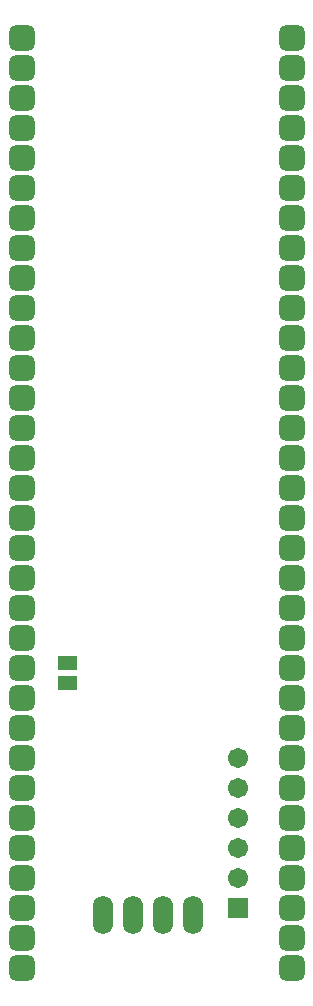
<source format=gbs>
G04 Layer_Color=8150272*
%FSLAX24Y24*%
%MOIN*%
G70*
G01*
G75*
G04:AMPARAMS|DCode=54|XSize=86.7mil|YSize=86.7mil|CornerRadius=23.7mil|HoleSize=0mil|Usage=FLASHONLY|Rotation=0.000|XOffset=0mil|YOffset=0mil|HoleType=Round|Shape=RoundedRectangle|*
%AMROUNDEDRECTD54*
21,1,0.0867,0.0394,0,0,0.0*
21,1,0.0394,0.0867,0,0,0.0*
1,1,0.0474,0.0197,-0.0197*
1,1,0.0474,-0.0197,-0.0197*
1,1,0.0474,-0.0197,0.0197*
1,1,0.0474,0.0197,0.0197*
%
%ADD54ROUNDEDRECTD54*%
%ADD55O,0.0671X0.1280*%
%ADD56R,0.0671X0.0671*%
%ADD57C,0.0671*%
%ADD58R,0.0280X0.0480*%
G36*
X22590Y26060D02*
X21960D01*
Y26540D01*
X22590D01*
Y26060D01*
D02*
G37*
G36*
Y26710D02*
X21960D01*
Y27190D01*
X22590D01*
Y26710D01*
D02*
G37*
D54*
X29750Y16800D02*
D03*
Y17800D02*
D03*
Y18800D02*
D03*
Y19800D02*
D03*
Y20800D02*
D03*
Y21800D02*
D03*
Y22800D02*
D03*
Y23800D02*
D03*
Y24800D02*
D03*
Y25800D02*
D03*
Y26800D02*
D03*
Y27800D02*
D03*
Y28800D02*
D03*
Y29800D02*
D03*
Y30800D02*
D03*
Y31800D02*
D03*
Y32800D02*
D03*
Y33800D02*
D03*
Y34800D02*
D03*
Y35800D02*
D03*
Y36800D02*
D03*
Y37800D02*
D03*
Y38800D02*
D03*
Y39800D02*
D03*
Y40800D02*
D03*
Y41800D02*
D03*
Y42800D02*
D03*
Y43800D02*
D03*
Y44800D02*
D03*
Y45800D02*
D03*
Y46800D02*
D03*
Y47800D02*
D03*
X20750Y16800D02*
D03*
Y17800D02*
D03*
Y18800D02*
D03*
Y19800D02*
D03*
Y20800D02*
D03*
Y21800D02*
D03*
Y22800D02*
D03*
Y23800D02*
D03*
Y24800D02*
D03*
Y25800D02*
D03*
Y26800D02*
D03*
Y27800D02*
D03*
Y28800D02*
D03*
Y29800D02*
D03*
Y30800D02*
D03*
Y31800D02*
D03*
Y32800D02*
D03*
Y33800D02*
D03*
Y34800D02*
D03*
Y35800D02*
D03*
Y36800D02*
D03*
Y37800D02*
D03*
Y38800D02*
D03*
Y39800D02*
D03*
Y40800D02*
D03*
Y41800D02*
D03*
Y42800D02*
D03*
Y43800D02*
D03*
Y44800D02*
D03*
Y45800D02*
D03*
Y46800D02*
D03*
Y47800D02*
D03*
D55*
X23450Y18550D02*
D03*
X24450D02*
D03*
X25450D02*
D03*
X26450D02*
D03*
D56*
X27950Y18800D02*
D03*
D57*
Y19800D02*
D03*
Y20800D02*
D03*
Y21800D02*
D03*
Y22800D02*
D03*
Y23800D02*
D03*
D58*
X22450Y26300D02*
D03*
X22100D02*
D03*
X22450Y26950D02*
D03*
X22100D02*
D03*
M02*

</source>
